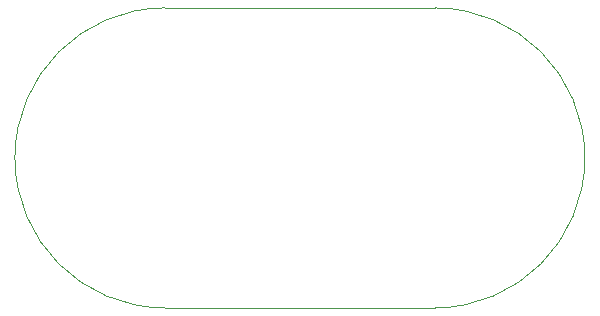
<source format=gm1>
G04 #@! TF.FileFunction,Profile,NP*
%FSLAX46Y46*%
G04 Gerber Fmt 4.6, Leading zero omitted, Abs format (unit mm)*
G04 Created by KiCad (PCBNEW 4.0.7) date 07/09/18 10:37:14*
%MOMM*%
%LPD*%
G01*
G04 APERTURE LIST*
%ADD10C,0.100000*%
G04 APERTURE END LIST*
D10*
X154940000Y-92710000D02*
X177800000Y-92710000D01*
X177800000Y-118110000D02*
X154940000Y-118110000D01*
X177800000Y-118110000D02*
G75*
G03X190500000Y-105410000I0J12700000D01*
G01*
X190500000Y-105410000D02*
G75*
G03X177800000Y-92710000I-12700000J0D01*
G01*
X142240000Y-105410000D02*
G75*
G03X154940000Y-118110000I12700000J0D01*
G01*
X154940000Y-92710000D02*
G75*
G03X142240000Y-105410000I0J-12700000D01*
G01*
M02*

</source>
